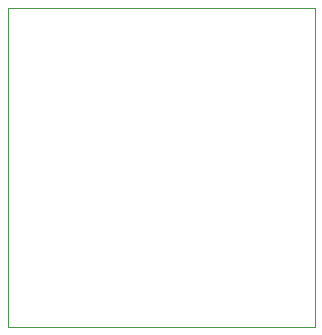
<source format=gko>
G75*
G70*
%OFA0B0*%
%FSLAX24Y24*%
%IPPOS*%
%LPD*%
%AMOC8*
5,1,8,0,0,1.08239X$1,22.5*
%
%ADD10C,0.0000*%
D10*
X000100Y000100D02*
X010336Y000100D01*
X010336Y010730D01*
X000100Y010730D01*
X000100Y000100D01*
M02*

</source>
